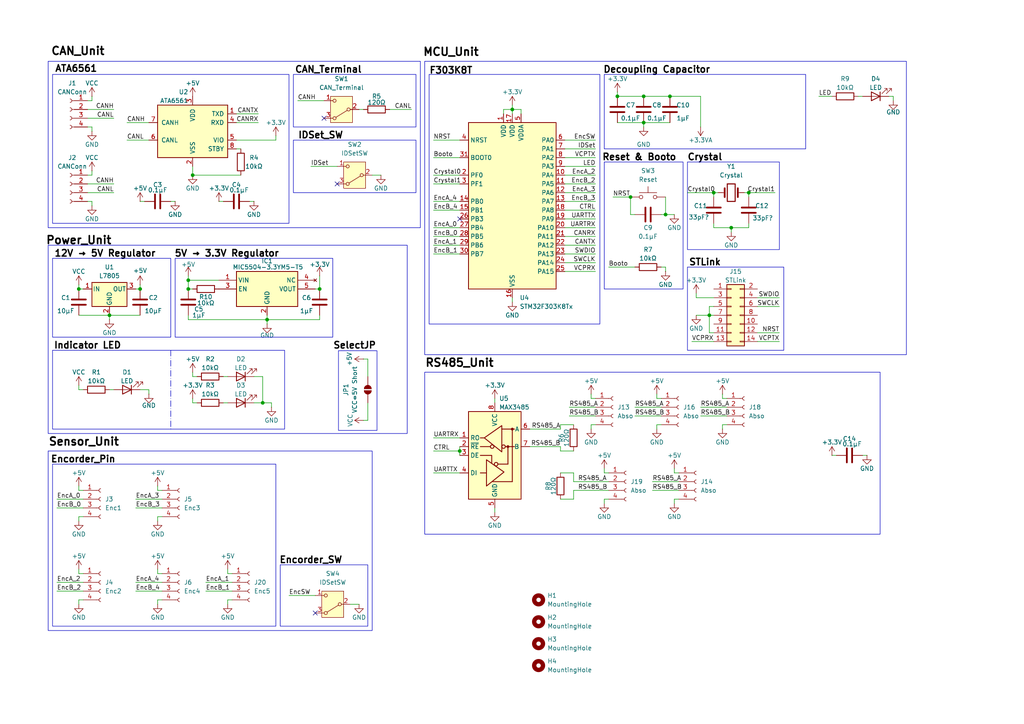
<source format=kicad_sch>
(kicad_sch (version 20250114) (generator "eeschema") (generator_version "9.0")
  (paper "A4")
  (title_block (title "SensorBoard(Potato)_ver2.0") (date "2025-10-19"))
  (lib_symbols
    (symbol "Connector:Conn_01x04_Socket" (pin_names (offset 1.016) (hide yes))
      (property "Reference" "J" (at 0 5.08 0))
      (property "Value" "Conn_01x04_Socket" (at 0 -7.62 0))
      (symbol "Conn_01x04_Socket_1_1"
        (pin passive line (at -5.08 2.54 0) (length 3.81) (name "Pin_1") (number "1"))
        (pin passive line (at -5.08 0 0) (length 3.81) (name "Pin_2") (number "2"))
        (pin passive line (at -5.08 -2.54 0) (length 3.81) (name "Pin_3") (number "3"))
        (pin passive line (at -5.08 -5.08 0) (length 3.81) (name "Pin_4") (number "4"))
      )
    )
    (symbol "Connector_Generic:Conn_02x07_Odd_Even" (pin_names (offset 1.016) (hide yes))
      (property "Reference" "J" (at 1.27 10.16 0))
      (property "Value" "Conn_02x07_Odd_Even" (at 1.27 -10.16 0))
      (symbol "Conn_02x07_Odd_Even_1_1"
        (pin passive line (at -5.08 7.62 0) (length 3.81) (name "Pin_1") (number "1"))
        (pin passive line (at -5.08 5.08 0) (length 3.81) (name "Pin_3") (number "3"))
        (pin passive line (at -5.08 2.54 0) (length 3.81) (name "Pin_5") (number "5"))
        (pin passive line (at -5.08 0 0) (length 3.81) (name "Pin_7") (number "7"))
        (pin passive line (at -5.08 -2.54 0) (length 3.81) (name "Pin_9") (number "9"))
        (pin passive line (at -5.08 -5.08 0) (length 3.81) (name "Pin_11") (number "11"))
        (pin passive line (at -5.08 -7.62 0) (length 3.81) (name "Pin_13") (number "13"))
        (pin passive line (at 7.62 7.62 180) (length 3.81) (name "Pin_2") (number "2"))
        (pin passive line (at 7.62 5.08 180) (length 3.81) (name "Pin_4") (number "4"))
        (pin passive line (at 7.62 2.54 180) (length 3.81) (name "Pin_6") (number "6"))
        (pin passive line (at 7.62 0 180) (length 3.81) (name "Pin_8") (number "8"))
        (pin passive line (at 7.62 -2.54 180) (length 3.81) (name "Pin_10") (number "10"))
        (pin passive line (at 7.62 -5.08 180) (length 3.81) (name "Pin_12") (number "12"))
        (pin passive line (at 7.62 -7.62 180) (length 3.81) (name "Pin_14") (number "14"))
      )
    )
    (symbol "Device:C" (pin_numbers (hide yes)) (pin_names (offset 0.254))
      (property "Reference" "C" (at 0.635 2.54 0))
      (property "Value" "C" (at 0.635 -2.54 0))
      (symbol "C_1_1"
        (pin passive line (at 0 3.81 270) (length 2.794) (name "~") (number "1"))
        (pin passive line (at 0 -3.81 90) (length 2.794) (name "~") (number "2"))
      )
    )
    (symbol "Device:Crystal" (pin_numbers (hide yes)) (pin_names (offset 1.016) (hide yes))
      (property "Reference" "Y" (at 0 3.81 0))
      (property "Value" "Crystal" (at 0 -3.81 0))
      (symbol "Crystal_1_1"
        (pin passive line (at -3.81 0 0) (length 1.27) (name "1") (number "1"))
        (pin passive line (at 3.81 0 180) (length 1.27) (name "2") (number "2"))
      )
    )
    (symbol "Device:LED" (pin_numbers (hide yes)) (pin_names (offset 1.016) (hide yes))
      (property "Reference" "D" (at 0 2.54 0))
      (property "Value" "LED" (at 0 -2.54 0))
      (symbol "LED_1_1"
        (pin passive line (at -3.81 0 0) (length 2.54) (name "K") (number "1"))
        (pin passive line (at 3.81 0 180) (length 2.54) (name "A") (number "2"))
      )
    )
    (symbol "Device:R" (pin_numbers (hide yes)) (pin_names (offset 0))
      (property "Reference" "R" (at 2.032 0 90))
      (property "Value" "R" (at 0 0 90))
      (symbol "R_1_1"
        (pin passive line (at 0 3.81 270) (length 1.27) (name "~") (number "1"))
        (pin passive line (at 0 -3.81 90) (length 1.27) (name "~") (number "2"))
      )
    )
    (symbol "Interface_CAN_LIN:MCP2551-I-SN" (pin_names (offset 1.016))
      (property "Reference" "U?" (at 2.1433 12.7 0))
      (property "Value" "ATA6561" (at 2.1433 10.16 0))
      (symbol "MCP2551-I-SN_1_1"
        (pin input line (at -12.7 5.08 0) (length 2.54) (name "TXD") (number "1"))
        (pin output line (at -12.7 2.54 0) (length 2.54) (name "RXD") (number "4"))
        (pin power_out line (at -12.7 -2.54 0) (length 2.54) (name "VIO") (number "5"))
        (pin input line (at -12.7 -5.08 0) (length 2.54) (name "STBY") (number "8"))
        (pin power_in line (at 0 10.16 270) (length 2.54) (name "VDD") (number "3"))
        (pin power_in line (at 0 -10.16 90) (length 2.54) (name "VSS") (number "2"))
        (pin bidirectional line (at 12.7 2.54 180) (length 2.54) (name "CANH") (number "7"))
        (pin bidirectional line (at 12.7 -2.54 180) (length 2.54) (name "CANL") (number "6"))
      )
    )
    (symbol "Interface_UART:MAX3485"
      (property "Reference" "U" (at -6.985 13.97 0))
      (property "Value" "MAX3485" (at 1.905 13.97 0))
      (symbol "MAX3485_1_1"
        (pin output line (at -10.16 5.08 0) (length 2.54) (name "RO") (number "1"))
        (pin input line (at -10.16 2.54 0) (length 2.54) (name "~{RE}") (number "2"))
        (pin input line (at -10.16 0 0) (length 2.54) (name "DE") (number "3"))
        (pin input line (at -10.16 -5.08 0) (length 2.54) (name "DI") (number "4"))
        (pin power_in line (at 0 15.24 270) (length 2.54) (name "VCC") (number "8"))
        (pin power_in line (at 0 -15.24 90) (length 2.54) (name "GND") (number "5"))
        (pin bidirectional line (at 10.16 7.62 180) (length 2.54) (name "A") (number "6"))
        (pin bidirectional line (at 10.16 2.54 180) (length 2.54) (name "B") (number "7"))
      )
    )
    (symbol "Jumper:SolderJumper_2_Open" (pin_numbers (hide yes)) (pin_names (offset 0) (hide yes)) (exclude_from_sim yes) (in_bom no)
      (property "Reference" "JP" (at 0 2.032 0))
      (property "Value" "SolderJumper_2_Open" (at 0 -2.54 0))
      (symbol "SolderJumper_2_Open_1_1"
        (pin passive line (at -3.81 0 0) (length 2.54) (name "A") (number "1"))
        (pin passive line (at 3.81 0 180) (length 2.54) (name "B") (number "2"))
      )
    )
    (symbol "MCU_ST_STM32F3:STM32F303K8Tx"
      (property "Reference" "U" (at -12.7 26.67 0))
      (property "Value" "STM32F303K8Tx" (at 5.08 26.67 0))
      (symbol "STM32F303K8Tx_1_1"
        (pin input line (at -15.24 20.32 0) (length 2.54) (name "NRST") (number "4"))
        (pin input line (at -15.24 15.24 0) (length 2.54) (name "BOOT0") (number "31"))
        (pin bidirectional line (at -15.24 10.16 0) (length 2.54) (name "PF0") (number "2"))
        (pin bidirectional line (at -15.24 7.62 0) (length 2.54) (name "PF1") (number "3"))
        (pin bidirectional line (at -15.24 2.54 0) (length 2.54) (name "PB0") (number "14"))
        (pin bidirectional line (at -15.24 0 0) (length 2.54) (name "PB1") (number "15"))
        (pin bidirectional line (at -15.24 -2.54 0) (length 2.54) (name "PB3") (number "26"))
        (pin bidirectional line (at -15.24 -5.08 0) (length 2.54) (name "PB4") (number "27"))
        (pin bidirectional line (at -15.24 -7.62 0) (length 2.54) (name "PB5") (number "28"))
        (pin bidirectional line (at -15.24 -10.16 0) (length 2.54) (name "PB6") (number "29"))
        (pin bidirectional line (at -15.24 -12.7 0) (length 2.54) (name "PB7") (number "30"))
        (pin power_in line (at -2.54 27.94 270) (length 2.54) (name "VDD") (number "1"))
        (pin power_in line (at 0 27.94 270) (length 2.54) (name "VDD") (number "17"))
        (pin power_in line (at 0 -25.4 90) (length 2.54) (name "VSS") (number "16"))
        (pin passive line (at 0 -25.4 90) (length 2.54) (hide yes) (name "VSS") (number "32"))
        (pin power_in line (at 2.54 27.94 270) (length 2.54) (name "VDDA") (number "5"))
        (pin bidirectional line (at 15.24 20.32 180) (length 2.54) (name "PA0") (number "6"))
        (pin bidirectional line (at 15.24 17.78 180) (length 2.54) (name "PA1") (number "7"))
        (pin bidirectional line (at 15.24 15.24 180) (length 2.54) (name "PA2") (number "8"))
        (pin bidirectional line (at 15.24 12.7 180) (length 2.54) (name "PA3") (number "9"))
        (pin bidirectional line (at 15.24 10.16 180) (length 2.54) (name "PA4") (number "10"))
        (pin bidirectional line (at 15.24 7.62 180) (length 2.54) (name "PA5") (number "11"))
        (pin bidirectional line (at 15.24 5.08 180) (length 2.54) (name "PA6") (number "12"))
        (pin bidirectional line (at 15.24 2.54 180) (length 2.54) (name "PA7") (number "13"))
        (pin bidirectional line (at 15.24 0 180) (length 2.54) (name "PA8") (number "18"))
        (pin bidirectional line (at 15.24 -2.54 180) (length 2.54) (name "PA9") (number "19"))
        (pin bidirectional line (at 15.24 -5.08 180) (length 2.54) (name "PA10") (number "20"))
        (pin bidirectional line (at 15.24 -7.62 180) (length 2.54) (name "PA11") (number "21"))
        (pin bidirectional line (at 15.24 -10.16 180) (length 2.54) (name "PA12") (number "22"))
        (pin bidirectional line (at 15.24 -12.7 180) (length 2.54) (name "PA13") (number "23"))
        (pin bidirectional line (at 15.24 -15.24 180) (length 2.54) (name "PA14") (number "24"))
        (pin bidirectional line (at 15.24 -17.78 180) (length 2.54) (name "PA15") (number "25"))
      )
    )
    (symbol "MIC5504-3_3YM5-T5:MIC5504-3.3YM5-T5"
      (property "Reference" "IC" (at 24.13 7.62 0))
      (property "Value" "MIC5504-3.3YM5-T5" (at 24.13 5.08 0))
      (symbol "MIC5504-3.3YM5-T5_1_1"
        (pin passive line (at 0 0 0) (length 5.08) (name "VIN") (number "1"))
        (pin passive line (at 0 -2.54 0) (length 5.08) (name "EN") (number "3"))
        (pin passive line (at 13.97 -10.16 90) (length 2.54) (name "GND") (number "2"))
        (pin no_connect line (at 27.94 0 180) (length 5.08) (name "NC") (number "4"))
        (pin passive line (at 27.94 -2.54 180) (length 5.08) (name "VOUT") (number "5"))
      )
    )
    (symbol "Mechanical:MountingHole" (pin_names (offset 1.016)) (exclude_from_sim yes) (in_bom no)
      (property "Reference" "H" (at 0 5.08 0))
      (property "Value" "MountingHole" (at 0 3.175 0))
    )
    (symbol "Regulator_Linear:L7805" (pin_names (offset 0.254))
      (property "Reference" "U" (at -3.81 3.175 0))
      (property "Value" "L7805" (at 0 3.175 0))
      (symbol "L7805_1_1"
        (pin power_in line (at -7.62 0 0) (length 2.54) (name "IN") (number "1"))
        (pin power_in line (at 0 -7.62 90) (length 2.54) (name "GND") (number "2"))
        (pin power_out line (at 7.62 0 180) (length 2.54) (name "OUT") (number "3"))
      )
    )
    (symbol "SW_MEC_5G_1" (pin_numbers (hide yes)) (pin_names (offset 1.016) (hide yes))
      (property "Reference" "SW3" (at 0 7.62 0))
      (property "Value" "Reset" (at 0 5.08 0))
      (symbol "SW_MEC_5G_1_0_1"
        (pin passive line (at -5.08 0 0) (length 2.54) (name "A") (number "1"))
      )
      (symbol "SW_MEC_5G_1_1_1"
        (pin passive line (at -5.08 0 0) (length 2.54) (hide yes) (name "A") (number "2"))
        (pin passive line (at 5.08 0 180) (length 2.54) (name "B") (number "2"))
        (pin passive line (at 5.08 0 180) (length 2.54) (hide yes) (name "B") (number "4"))
      )
    )
    (symbol "Switch:SW_Nidec_CAS-120A1" (pin_names (offset 1) (hide yes))
      (property "Reference" "SW" (at 0 4.318 0))
      (property "Value" "SW_Nidec_CAS-120A1" (at 0 -5.08 0))
      (symbol "SW_Nidec_CAS-120A1_1_1"
        (pin passive line (at -5.08 0 0) (length 2.54) (name "B") (number "2"))
        (pin passive line (at 5.08 2.54 180) (length 2.54) (name "A") (number "3"))
        (pin passive line (at 5.08 -2.54 180) (length 2.54) (name "C") (number "1"))
      )
    )
    (symbol "power:+3.3V" (power) (pin_numbers (hide yes)) (pin_names (offset 0) (hide yes))
      (property "Value" "+3.3V" (at 0 3.556 0))
      (symbol "+3.3V_1_1"
        (pin power_in line (at 0 0 90) (length 0) (name "~") (number "1"))
      )
    )
    (symbol "power:+3.3VA" (power) (pin_numbers (hide yes)) (pin_names (offset 0) (hide yes))
      (property "Value" "+3.3VA" (at 0 3.556 0))
      (symbol "+3.3VA_1_1"
        (pin power_in line (at 0 0 90) (length 0) (name "~") (number "1"))
      )
    )
    (symbol "power:+5V" (power) (pin_numbers (hide yes)) (pin_names (offset 0) (hide yes))
      (property "Value" "+5V" (at 0 3.556 0))
      (symbol "+5V_1_1"
        (pin power_in line (at 0 0 90) (length 0) (name "~") (number "1"))
      )
    )
    (symbol "power:GND" (power) (pin_numbers (hide yes)) (pin_names (offset 0) (hide yes))
      (property "Value" "GND" (at 0 -3.81 0))
      (symbol "GND_1_1"
        (pin power_in line (at 0 0 270) (length 0) (name "~") (number "1"))
      )
    )
    (symbol "power:VCC" (power) (pin_numbers (hide yes)) (pin_names (offset 0) (hide yes))
      (property "Value" "VCC" (at 0 3.556 0))
      (symbol "VCC_1_1"
        (pin power_in line (at 0 0 90) (length 0) (name "~") (number "1"))
      )
    )
  )
  (rectangle (start 124.46 21.59) (end 173.99 93.98))
  (rectangle (start 85.09 21.59) (end 120.65 36.83))
  (rectangle (start 81.28 163.83) (end 106.68 181.61))
  (rectangle (start 13.97 130.81) (end 107.95 182.88))
  (rectangle (start 15.24 21.59) (end 83.82 64.77))
  (rectangle (start 199.39 46.99) (end 226.06 72.39))
  (rectangle (start 15.24 134.62) (end 80.01 181.61))
  (rectangle (start 123.19 17.78) (end 262.89 102.87))
  (rectangle (start 123.19 107.95) (end 255.27 154.94))
  (rectangle (start 50.8 74.93) (end 96.52 97.79))
  (rectangle (start 13.97 71.12) (end 118.11 125.73))
  (rectangle (start 13.97 17.78) (end 121.92 66.04))
  (rectangle (start 15.24 101.6) (end 82.55 124.46))
  (rectangle (start 199.39 77.47) (end 227.33 101.6))
  (rectangle (start 15.24 74.93) (end 49.53 97.79))
  (rectangle (start 85.09 40.64) (end 120.65 55.88))
  (rectangle (start 98.171 101.727) (end 109.347 124.841))
  (rectangle (start 175.26 21.59) (end 233.68 43.18))
  (rectangle (start 175.26 46.99) (end 198.12 83.82))
  (text "Encorder_Pin" (at 24.13 133.35 0) (effects (font (size 1.905 1.905) (thickness 0.381) (bold yes))))
  (text "Sensor_Unit" (at 13.97 128.27 0) (effects (font (size 2.286 2.286) (thickness 0.4572) (bold yes)) (justify left)))
  (text "5V → 3.3V Regulator" (at 65.786 73.66 0) (effects (font (size 1.905 1.905) (thickness 0.381) (bold yes))))
  (text "Reset & Booto" (at 185.42 45.72 0) (effects (font (size 1.905 1.905) (thickness 0.381) (bold yes))))
  (text "MCU_Unit" (at 130.81 15.24 0) (effects (font (size 2.286 2.286) (thickness 0.4572) (bold yes))))
  (text "\nF303K8T" (at 130.81 19.05 0) (effects (font (size 1.905 1.905) (thickness 0.381) (bold yes))))
  (text "IDSet_SW" (at 86.36 39.37 0) (effects (font (size 1.905 1.905) (thickness 0.381) (bold yes)) (justify left)))
  (text "SelectJP" (at 102.87 100.33 0) (effects (font (size 1.905 1.905) (thickness 0.381) (bold yes))))
  (text "ATA6561\n" (at 22.098 20.066 0) (effects (font (size 1.905 1.905) (thickness 0.381) (bold yes))))
  (text "Encorder_SW\n" (at 90.17 162.56 0) (effects (font (size 1.905 1.905) (thickness 0.381) (bold yes))))
  (text "Indicator LED" (at 25.4 100.33 0) (effects (font (size 1.905 1.905) (thickness 0.381) (bold yes))))
  (text "Crystal" (at 204.47 45.72 0) (effects (font (size 1.905 1.905) (thickness 0.381) (bold yes))))
  (text "12V → 5V Regulator" (at 30.48 73.66 0) (effects (font (size 1.905 1.905) (thickness 0.381) (bold yes))))
  (text "Decoupling Capacitor" (at 190.5 20.32 0) (effects (font (size 1.905 1.905) (thickness 0.381) (bold yes))))
  (text "RS485_Unit" (at 123.19 105.41 0) (effects (font (size 2.286 2.286) (thickness 0.4572) (bold yes)) (justify left)))
  (text "CAN_Terminal" (at 95.25 20.32 0) (effects (font (size 1.905 1.905) (thickness 0.381) (bold yes))))
  (text "STLink" (at 204.47 76.2 0) (effects (font (size 1.905 1.905) (thickness 0.381) (bold yes))))
  (text "Power_Unit" (at 22.86 69.85 0) (effects (font (size 2.286 2.286) (thickness 0.4572) (bold yes))))
  (text "CAN_Unit" (at 22.606 14.986 0) (effects (font (size 2.286 2.286) (thickness 0.4572) (bold yes))))
  (junction (at 148.59 31.75))
  (junction (at 212.09 66.04))
  (junction (at 182.88 57.15))
  (junction (at 194.31 27.94))
  (junction (at 54.61 81.28))
  (junction (at 133.35 130.81))
  (junction (at 54.61 83.82))
  (junction (at 186.69 27.94))
  (junction (at 31.75 91.44))
  (junction (at 22.86 83.82))
  (junction (at 205.74 91.44))
  (junction (at 77.47 92.71))
  (junction (at 55.88 50.8))
  (junction (at 76.2 116.84))
  (junction (at 179.07 27.94))
  (junction (at 207.01 55.88))
  (junction (at 92.71 83.82))
  (junction (at 186.69 35.56))
  (junction (at 193.04 62.23))
  (junction (at 40.64 83.82))
  (junction (at 217.17 55.88))
  (no_connect (at 93.98 34.29))
  (no_connect (at 97.79 53.34))
  (no_connect (at 133.35 63.5))
  (no_connect (at 91.44 177.8))
  (wire (pts (xy 54.61 92.71) (xy 77.47 92.71)))
  (wire (pts (xy 125.73 71.12) (xy 133.35 71.12)))
  (wire (pts (xy 92.71 80.01) (xy 92.71 83.82)))
  (wire (pts (xy 207.01 96.52) (xy 205.74 96.52)))
  (wire (pts (xy 64.77 116.84) (xy 66.04 116.84)))
  (wire (pts (xy 163.83 50.8) (xy 172.72 50.8)))
  (wire (pts (xy 241.3 132.08) (xy 242.57 132.08)))
  (wire (pts (xy 22.86 166.37) (xy 24.13 166.37)))
  (wire (pts (xy 46.99 149.86) (xy 45.72 149.86)))
  (wire (pts (xy 106.68 109.22) (xy 106.68 104.14)))
  (wire (pts (xy 45.72 149.86) (xy 45.72 151.13)))
  (wire (pts (xy 200.66 99.06) (xy 207.01 99.06)))
  (wire (pts (xy 166.37 130.81) (xy 162.56 130.81)))
  (wire (pts (xy 45.72 173.99) (xy 45.72 175.26)))
  (wire (pts (xy 22.86 113.03) (xy 24.13 113.03)))
  (wire (pts (xy 257.81 27.94) (xy 259.08 27.94)))
  (wire (pts (xy 207.01 88.9) (xy 205.74 88.9)))
  (wire (pts (xy 259.08 29.21) (xy 259.08 27.94)))
  (wire (pts (xy 186.69 27.94) (xy 194.31 27.94)))
  (wire (pts (xy 24.13 149.86) (xy 22.86 149.86)))
  (wire (pts (xy 25.4 58.42) (xy 26.67 58.42)))
  (wire (pts (xy 74.93 35.56) (xy 68.58 35.56)))
  (wire (pts (xy 184.15 120.65) (xy 191.77 120.65)))
  (wire (pts (xy 165.1 118.11) (xy 172.72 118.11)))
  (wire (pts (xy 190.5 115.57) (xy 191.77 115.57)))
  (wire (pts (xy 190.5 114.3) (xy 190.5 115.57)))
  (wire (pts (xy 219.71 99.06) (xy 226.06 99.06)))
  (wire (pts (xy 163.83 60.96) (xy 172.72 60.96)))
  (wire (pts (xy 50.8 58.42) (xy 49.53 58.42)))
  (wire (pts (xy 92.71 91.44) (xy 92.71 92.71)))
  (wire (pts (xy 63.5 58.42) (xy 64.77 58.42)))
  (wire (pts (xy 26.67 50.8) (xy 25.4 50.8)))
  (wire (pts (xy 16.51 168.91) (xy 24.13 168.91)))
  (wire (pts (xy 16.51 144.78) (xy 24.13 144.78)))
  (wire (pts (xy 219.71 96.52) (xy 226.06 96.52)))
  (wire (pts (xy 205.74 91.44) (xy 205.74 96.52)))
  (wire (pts (xy 83.82 172.72) (xy 91.44 172.72)))
  (wire (pts (xy 66.04 165.1) (xy 66.04 166.37)))
  (wire (pts (xy 125.73 50.8) (xy 133.35 50.8)))
  (wire (pts (xy 196.85 144.78) (xy 195.58 144.78)))
  (wire (pts (xy 45.72 165.1) (xy 45.72 166.37)))
  (wire (pts (xy 153.67 129.54) (xy 162.56 129.54)))
  (wire (pts (xy 171.45 115.57) (xy 172.72 115.57)))
  (wire (pts (xy 189.23 139.7) (xy 196.85 139.7)))
  (wire (pts (xy 76.2 116.84) (xy 73.66 116.84)))
  (wire (pts (xy 54.61 81.28) (xy 54.61 83.82)))
  (wire (pts (xy 26.67 29.21) (xy 25.4 29.21)))
  (wire (pts (xy 133.35 130.81) (xy 133.35 132.08)))
  (wire (pts (xy 26.67 49.53) (xy 26.67 50.8)))
  (wire (pts (xy 201.93 85.09) (xy 201.93 86.36)))
  (wire (pts (xy 146.05 33.02) (xy 146.05 31.75)))
  (wire (pts (xy 163.83 68.58) (xy 172.72 68.58)))
  (wire (pts (xy 125.73 58.42) (xy 133.35 58.42)))
  (wire (pts (xy 186.69 35.56) (xy 186.69 36.83)))
  (wire (pts (xy 66.04 166.37) (xy 67.31 166.37)))
  (wire (pts (xy 163.83 73.66) (xy 172.72 73.66)))
  (wire (pts (xy 171.45 114.3) (xy 171.45 115.57)))
  (wire (pts (xy 55.88 107.95) (xy 55.88 109.22)))
  (wire (pts (xy 179.07 27.94) (xy 186.69 27.94)))
  (wire (pts (xy 39.37 144.78) (xy 46.99 144.78)))
  (wire (pts (xy 184.15 118.11) (xy 191.77 118.11)))
  (wire (pts (xy 207.01 57.15) (xy 207.01 55.88)))
  (wire (pts (xy 166.37 123.19) (xy 162.56 123.19)))
  (wire (pts (xy 106.68 104.14) (xy 105.41 104.14)))
  (wire (pts (xy 33.02 31.75) (xy 25.4 31.75)))
  (wire (pts (xy 33.02 34.29) (xy 25.4 34.29)))
  (wire (pts (xy 24.13 173.99) (xy 22.86 173.99)))
  (wire (pts (xy 74.93 33.02) (xy 68.58 33.02)))
  (wire (pts (xy 203.2 27.94) (xy 203.2 36.83)))
  (wire (pts (xy 31.75 113.03) (xy 33.02 113.03)))
  (wire (pts (xy 86.36 29.21) (xy 93.98 29.21)))
  (wire (pts (xy 219.71 88.9) (xy 226.06 88.9)))
  (wire (pts (xy 175.26 137.16) (xy 176.53 137.16)))
  (wire (pts (xy 184.15 62.23) (xy 182.88 62.23)))
  (wire (pts (xy 163.83 66.04) (xy 172.72 66.04)))
  (wire (pts (xy 33.02 55.88) (xy 25.4 55.88)))
  (wire (pts (xy 190.5 123.19) (xy 190.5 124.46)))
  (wire (pts (xy 22.86 165.1) (xy 22.86 166.37)))
  (wire (pts (xy 55.88 109.22) (xy 57.15 109.22)))
  (wire (pts (xy 125.73 60.96) (xy 133.35 60.96)))
  (wire (pts (xy 212.09 66.04) (xy 212.09 67.31)))
  (wire (pts (xy 163.83 53.34) (xy 172.72 53.34)))
  (wire (pts (xy 63.5 81.28) (xy 54.61 81.28)))
  (wire (pts (xy 22.86 149.86) (xy 22.86 151.13)))
  (wire (pts (xy 163.83 58.42) (xy 172.72 58.42)))
  (wire (pts (xy 199.39 55.88) (xy 207.01 55.88)))
  (wire (pts (xy 39.37 171.45) (xy 46.99 171.45)))
  (wire (pts (xy 219.71 86.36) (xy 226.06 86.36)))
  (wire (pts (xy 151.13 31.75) (xy 148.59 31.75)))
  (wire (pts (xy 163.83 63.5) (xy 172.72 63.5)))
  (wire (pts (xy 64.77 109.22) (xy 66.04 109.22)))
  (wire (pts (xy 80.01 40.64) (xy 68.58 40.64)))
  (wire (pts (xy 163.83 55.88) (xy 172.72 55.88)))
  (wire (pts (xy 148.59 31.75) (xy 148.59 33.02)))
  (wire (pts (xy 104.14 31.75) (xy 105.41 31.75)))
  (wire (pts (xy 248.92 27.94) (xy 250.19 27.94)))
  (wire (pts (xy 22.86 140.97) (xy 22.86 142.24)))
  (wire (pts (xy 189.23 142.24) (xy 196.85 142.24)))
  (wire (pts (xy 194.31 27.94) (xy 203.2 27.94)))
  (wire (pts (xy 105.41 121.92) (xy 106.68 121.92)))
  (wire (pts (xy 31.75 91.44) (xy 40.64 91.44)))
  (wire (pts (xy 78.74 116.84) (xy 78.74 118.11)))
  (wire (pts (xy 203.2 118.11) (xy 210.82 118.11)))
  (wire (pts (xy 151.13 33.02) (xy 151.13 31.75)))
  (wire (pts (xy 80.01 40.64) (xy 80.01 39.37)))
  (wire (pts (xy 209.55 123.19) (xy 209.55 124.46)))
  (wire (pts (xy 54.61 91.44) (xy 54.61 92.71)))
  (wire (pts (xy 176.53 77.47) (xy 184.15 77.47)))
  (wire (pts (xy 43.18 35.56) (xy 36.83 35.56)))
  (wire (pts (xy 22.86 82.55) (xy 22.86 83.82)))
  (wire (pts (xy 179.07 35.56) (xy 186.69 35.56)))
  (wire (pts (xy 193.04 57.15) (xy 193.04 62.23)))
  (wire (pts (xy 191.77 123.19) (xy 190.5 123.19)))
  (wire (pts (xy 207.01 66.04) (xy 212.09 66.04)))
  (wire (pts (xy 125.73 66.04) (xy 133.35 66.04)))
  (wire (pts (xy 46.99 173.99) (xy 45.72 173.99)))
  (wire (pts (xy 177.8 57.15) (xy 182.88 57.15)))
  (wire (pts (xy 176.53 144.78) (xy 175.26 144.78)))
  (wire (pts (xy 166.37 144.78) (xy 166.37 142.24)))
  (wire (pts (xy 207.01 55.88) (xy 208.28 55.88)))
  (wire (pts (xy 201.93 86.36) (xy 207.01 86.36)))
  (wire (pts (xy 205.74 91.44) (xy 207.01 91.44)))
  (wire (pts (xy 217.17 66.04) (xy 217.17 64.77)))
  (wire (pts (xy 16.51 147.32) (xy 24.13 147.32)))
  (wire (pts (xy 125.73 127) (xy 133.35 127)))
  (wire (pts (xy 163.83 45.72) (xy 172.72 45.72)))
  (wire (pts (xy 77.47 93.98) (xy 77.47 92.71)))
  (wire (pts (xy 193.04 78.74) (xy 193.04 77.47)))
  (wire (pts (xy 165.1 120.65) (xy 172.72 120.65)))
  (wire (pts (xy 163.83 40.64) (xy 172.72 40.64)))
  (wire (pts (xy 207.01 64.77) (xy 207.01 66.04)))
  (wire (pts (xy 43.18 40.64) (xy 36.83 40.64)))
  (wire (pts (xy 43.18 113.03) (xy 43.18 114.3)))
  (wire (pts (xy 66.04 173.99) (xy 66.04 175.26)))
  (wire (pts (xy 125.73 130.81) (xy 133.35 130.81)))
  (wire (pts (xy 162.56 144.78) (xy 166.37 144.78)))
  (wire (pts (xy 76.2 116.84) (xy 78.74 116.84)))
  (wire (pts (xy 55.88 115.57) (xy 55.88 116.84)))
  (wire (pts (xy 73.66 58.42) (xy 72.39 58.42)))
  (wire (pts (xy 209.55 114.3) (xy 209.55 115.57)))
  (wire (pts (xy 191.77 62.23) (xy 193.04 62.23)))
  (wire (pts (xy 143.51 147.32) (xy 143.51 148.59)))
  (wire (pts (xy 148.59 30.48) (xy 148.59 31.75)))
  (wire (pts (xy 203.2 120.65) (xy 210.82 120.65)))
  (wire (pts (xy 31.75 91.44) (xy 31.75 92.71)))
  (wire (pts (xy 125.73 53.34) (xy 133.35 53.34)))
  (wire (pts (xy 91.44 83.82) (xy 92.71 83.82)))
  (wire (pts (xy 162.56 130.81) (xy 162.56 129.54)))
  (wire (pts (xy 205.74 88.9) (xy 205.74 91.44)))
  (wire (pts (xy 209.55 115.57) (xy 210.82 115.57)))
  (wire (pts (xy 163.83 48.26) (xy 172.72 48.26)))
  (wire (pts (xy 59.69 171.45) (xy 67.31 171.45)))
  (wire (pts (xy 76.2 109.22) (xy 76.2 116.84)))
  (wire (pts (xy 77.47 92.71) (xy 77.47 91.44)))
  (wire (pts (xy 39.37 147.32) (xy 46.99 147.32)))
  (wire (pts (xy 215.9 55.88) (xy 217.17 55.88)))
  (wire (pts (xy 125.73 45.72) (xy 133.35 45.72)))
  (wire (pts (xy 107.95 50.8) (xy 110.49 50.8)))
  (wire (pts (xy 22.86 142.24) (xy 24.13 142.24)))
  (wire (pts (xy 172.72 123.19) (xy 171.45 123.19)))
  (wire (pts (xy 210.82 123.19) (xy 209.55 123.19)))
  (wire (pts (xy 40.64 113.03) (xy 43.18 113.03)))
  (wire (pts (xy 45.72 142.24) (xy 46.99 142.24)))
  (wire (pts (xy 163.83 78.74) (xy 172.72 78.74)))
  (wire (pts (xy 162.56 123.19) (xy 162.56 124.46)))
  (wire (pts (xy 40.64 83.82) (xy 39.37 83.82)))
  (wire (pts (xy 39.37 168.91) (xy 46.99 168.91)))
  (wire (pts (xy 237.49 27.94) (xy 241.3 27.94)))
  (wire (pts (xy 146.05 31.75) (xy 148.59 31.75)))
  (wire (pts (xy 90.17 48.26) (xy 97.79 48.26)))
  (wire (pts (xy 92.71 92.71) (xy 77.47 92.71)))
  (wire (pts (xy 16.51 171.45) (xy 24.13 171.45)))
  (wire (pts (xy 182.88 57.15) (xy 182.88 62.23)))
  (wire (pts (xy 175.26 135.89) (xy 175.26 137.16)))
  (wire (pts (xy 113.03 31.75) (xy 119.38 31.75)))
  (wire (pts (xy 26.67 27.94) (xy 26.67 29.21)))
  (wire (pts (xy 133.35 129.54) (xy 133.35 130.81)))
  (wire (pts (xy 33.02 53.34) (xy 25.4 53.34)))
  (wire (pts (xy 195.58 137.16) (xy 196.85 137.16)))
  (wire (pts (xy 193.04 77.47) (xy 191.77 77.47)))
  (wire (pts (xy 186.69 35.56) (xy 194.31 35.56)))
  (wire (pts (xy 55.88 48.26) (xy 55.88 50.8)))
  (wire (pts (xy 163.83 43.18) (xy 172.72 43.18)))
  (wire (pts (xy 73.66 109.22) (xy 76.2 109.22)))
  (wire (pts (xy 45.72 140.97) (xy 45.72 142.24)))
  (polyline (pts (xy 49.53 101.6) (xy 49.53 124.46)) (stroke (width 0) (type dash_dot)))
  (wire (pts (xy 26.67 58.42) (xy 26.67 59.69)))
  (wire (pts (xy 106.68 121.92) (xy 106.68 116.84)))
  (wire (pts (xy 22.86 173.99) (xy 22.86 175.26)))
  (wire (pts (xy 163.83 76.2) (xy 172.72 76.2)))
  (wire (pts (xy 55.88 116.84) (xy 57.15 116.84)))
  (wire (pts (xy 125.73 73.66) (xy 133.35 73.66)))
  (wire (pts (xy 125.73 137.16) (xy 133.35 137.16)))
  (wire (pts (xy 125.73 68.58) (xy 133.35 68.58)))
  (wire (pts (xy 125.73 40.64) (xy 133.35 40.64)))
  (wire (pts (xy 195.58 144.78) (xy 195.58 146.05)))
  (wire (pts (xy 251.46 132.08) (xy 250.19 132.08)))
  (wire (pts (xy 193.04 62.23) (xy 195.58 62.23)))
  (wire (pts (xy 163.83 71.12) (xy 172.72 71.12)))
  (wire (pts (xy 69.85 50.8) (xy 55.88 50.8)))
  (wire (pts (xy 148.59 86.36) (xy 148.59 87.63)))
  (wire (pts (xy 166.37 139.7) (xy 176.53 139.7)))
  (wire (pts (xy 166.37 142.24) (xy 176.53 142.24)))
  (wire (pts (xy 143.51 115.57) (xy 143.51 116.84)))
  (wire (pts (xy 171.45 123.19) (xy 171.45 124.46)))
  (wire (pts (xy 153.67 124.46) (xy 162.56 124.46)))
  (wire (pts (xy 45.72 166.37) (xy 46.99 166.37)))
  (wire (pts (xy 217.17 55.88) (xy 224.79 55.88)))
  (wire (pts (xy 67.31 173.99) (xy 66.04 173.99)))
  (wire (pts (xy 217.17 55.88) (xy 217.17 57.15)))
  (wire (pts (xy 54.61 80.01) (xy 54.61 81.28)))
  (wire (pts (xy 101.6 175.26) (xy 104.14 175.26)))
  (wire (pts (xy 40.64 58.42) (xy 41.91 58.42)))
  (wire (pts (xy 195.58 135.89) (xy 195.58 137.16)))
  (wire (pts (xy 25.4 36.83) (xy 26.67 36.83)))
  (wire (pts (xy 22.86 111.76) (xy 22.86 113.03)))
  (wire (pts (xy 54.61 83.82) (xy 55.88 83.82)))
  (wire (pts (xy 22.86 91.44) (xy 31.75 91.44)))
  (wire (pts (xy 68.58 43.18) (xy 69.85 43.18)))
  (wire (pts (xy 26.67 36.83) (xy 26.67 38.1)))
  (wire (pts (xy 212.09 66.04) (xy 217.17 66.04)))
  (wire (pts (xy 201.93 91.44) (xy 205.74 91.44)))
  (wire (pts (xy 22.86 83.82) (xy 24.13 83.82)))
  (wire (pts (xy 162.56 137.16) (xy 166.37 137.16)))
  (wire (pts (xy 40.64 82.55) (xy 40.64 83.82)))
  (wire (pts (xy 166.37 137.16) (xy 166.37 139.7)))
  (wire (pts (xy 59.69 168.91) (xy 67.31 168.91)))
  (wire (pts (xy 175.26 144.78) (xy 175.26 146.05)))
  (wire (pts (xy 179.07 26.67) (xy 179.07 27.94)))
  (label "RS485_A" (at 162.56 124.46 180))
  (label "RS485_B" (at 167.64 142.24 0))
  (label "CANRX" (at 172.72 68.58 180))
  (label "IDSet" (at 172.72 43.18 180))
  (label "EncB_4" (at 125.73 60.96 0))
  (label "SWDIO" (at 172.72 73.66 180))
  (label "EncB_4" (at 39.37 171.45 0))
  (label "CANH" (at 33.02 53.34 180))
  (label "CANL" (at 36.83 40.64 0))
  (label "CTRL" (at 172.72 60.96 180))
  (label "Crystal0" (at 199.39 55.88 0))
  (label "EncA_4" (at 125.73 58.42 0))
  (label "RS485_B" (at 203.2 120.65 0))
  (label "CANL" (at 119.38 31.75 180))
  (label "EncB_3" (at 39.37 147.32 0))
  (label "Crystal1" (at 224.79 55.88 180))
  (label "CANL" (at 33.02 55.88 180))
  (label "Crystal0" (at 125.73 50.8 0))
  (label "RS485_B" (at 189.23 142.24 0))
  (label "EncA_3" (at 39.37 144.78 0))
  (label "VCPTX" (at 172.72 45.72 180))
  (label "EncSW" (at 172.72 40.64 180))
  (label "CANL" (at 33.02 34.29 180))
  (label "UARTRX" (at 125.73 127 0))
  (label "EncB_1" (at 59.69 171.45 0))
  (label "EncA_2" (at 16.51 168.91 0))
  (label "EncB_2" (at 16.51 171.45 0))
  (label "CTRL" (at 125.73 130.81 0))
  (label "CANH" (at 36.83 35.56 0))
  (label "LED" (at 237.49 27.94 0))
  (label "Booto" (at 125.73 45.72 0))
  (label "UARTRX" (at 172.72 66.04 180))
  (label "RS485_B" (at 184.15 120.65 0))
  (label "Crystal1" (at 125.73 53.34 0))
  (label "CANH" (at 33.02 31.75 180))
  (label "RS485_A" (at 165.1 118.11 0))
  (label "SWDIO" (at 226.06 86.36 180))
  (label "UARTTX" (at 172.72 63.5 180))
  (label "EncA_1" (at 125.73 71.12 0))
  (label "VCPRX" (at 172.72 78.74 180))
  (label "Booto" (at 176.53 77.47 0))
  (label "EncSW" (at 83.82 172.72 0))
  (label "RS485_B" (at 162.56 129.54 180))
  (label "RS485_B" (at 165.1 120.65 0))
  (label "EncB_0" (at 125.73 68.58 0))
  (label "EncB_2" (at 172.72 53.34 180))
  (label "EncA_3" (at 172.72 55.88 180))
  (label "LED" (at 172.72 48.26 180))
  (label "CANTX" (at 172.72 71.12 180))
  (label "EncB_1" (at 125.73 73.66 0))
  (label "RS485_A" (at 189.23 139.7 0))
  (label "EncB_0" (at 16.51 147.32 0))
  (label "EncA_2" (at 172.72 50.8 180))
  (label "RS485_A" (at 167.64 139.7 0))
  (label "SWCLK" (at 226.06 88.9 180))
  (label "EncA_1" (at 59.69 168.91 0))
  (label "UARTTX" (at 125.73 137.16 0))
  (label "CANTX" (at 74.93 33.02 180))
  (label "NRST" (at 226.06 96.52 180))
  (label "EncA_0" (at 125.73 66.04 0))
  (label "CANRX" (at 74.93 35.56 180))
  (label "IDSet" (at 90.17 48.26 0))
  (label "SWCLK" (at 172.72 76.2 180))
  (label "EncA_0" (at 16.51 144.78 0))
  (label "VCPRX" (at 200.66 99.06 0))
  (label "EncA_4" (at 39.37 168.91 0))
  (label "RS485_A" (at 184.15 118.11 0))
  (label "EncB_3" (at 172.72 58.42 180))
  (label "CANH" (at 86.36 29.21 0))
  (label "NRST" (at 125.73 40.64 0))
  (label "NRST" (at 177.8 57.15 0))
  (label "RS485_A" (at 203.2 118.11 0))
  (label "VCPTX" (at 226.06 99.06 180))
  (symbol (lib_id "power:GND") (at 186.69 36.83 0) (unit 1)
    (property "Reference" "#PWR048" (effects (hide yes)))
    (property "Value" "GND" (at 186.69 41.91 0))
    (property "Description" "Power symbol creates a global label with name \"GND\" , ground" (effects (hide yes)))
  )
  (symbol (lib_id "power:GND") (at 201.93 91.44 0) (unit 1)
    (property "Reference" "#PWR052" (effects (hide yes)))
    (property "Value" "GND" (at 201.93 95.25 0))
    (property "Description" "Power symbol creates a global label with name \"GND\" , ground" (effects (hide yes)))
  )
  (symbol (lib_id "Connector:Conn_01x04_Socket") (at 29.21 144.78 0) (unit 1)
    (property "Reference" "J3" (at 30.48 144.7799 0) (effects (justify left)))
    (property "Value" "Enc1" (at 30.48 147.3199 0) (effects (justify left)))
    (property "Footprint" "Connector_JST:JST_XA_S04B-XASK-1_1x04_P2.50mm_Horizontal" (effects (hide yes)))
    (property "Description" "Generic connector, single row, 01x04, script generated" (effects (hide yes)))
  )
  (symbol (lib_id "MIC5504-3_3YM5-T5:MIC5504-3.3YM5-T5") (at 63.5 81.28 0) (unit 1)
    (property "Reference" "IC1" (at 77.47 75.692 0))
    (property "Value" "MIC5504-3.3YM5-T5" (at 77.724 77.47 0))
    (property "Footprint" "SOT95P280X130-5N" (effects (hide yes)))
    (property "Datasheet" "https://componentsearchengine.com/Datasheets/2/MIC5504-3.3YM5-T5.pdf" (effects (hide yes)))
    (property "Description" "LDO Voltage Regulators Single 300mA LDO" (effects (hide yes)))
    (property "Height" "1.3" (effects (hide yes)))
    (property "Manufacturer_Name" "Microchip" (effects (hide yes)))
    (property "Manufacturer_Part_Number" "MIC5504-3.3YM5-T5" (effects (hide yes)))
    (property "Mouser Part Number" "998-MIC5504-3.3YM5T5" (effects (hide yes)))
    (property "Mouser Price/Stock" "https://www.mouser.co.uk/ProductDetail/Microchip-Technology/MIC5504-3.3YM5-T5?qs=U6T8BxXiZAW9%252BGbiz2%2F0vg%3D%3D" (effects (hide yes)))
    (property "Arrow Part Number" "MIC5504-3.3YM5-T5" (effects (hide yes)))
    (property "Arrow Price/Stock" "https://www.arrow.com/en/products/mic5504-3.3ym5-t5/microchip-technology?region=europe" (effects (hide yes)))
  )
  (symbol (lib_id "power:GND") (at 104.14 175.26 0) (unit 1)
    (property "Reference" "#PWR057" (effects (hide yes)))
    (property "Value" "GND" (at 104.14 179.07 0))
    (property "Description" "Power symbol creates a global label with name \"GND\" , ground" (effects (hide yes)))
  )
  (symbol (lib_id "power:GND") (at 73.66 58.42 0) (mirror y) (unit 1)
    (property "Reference" "#PWR026" (effects (hide yes)))
    (property "Value" "GND" (at 73.66 62.23 0))
    (property "Description" "Power symbol creates a global label with name \"GND\" , ground" (effects (hide yes)))
  )
  (symbol (lib_name "SW_MEC_5G_1") (lib_id "Switch:SW_MEC_5G") (at 187.96 57.15 0) (unit 1)
    (property "Reference" "SW3" (at 187.96 49.53 0))
    (property "Value" "Reset" (at 187.96 52.07 0))
    (property "Footprint" "MySW:SMD_MySW1" (effects (hide yes)))
    (property "Datasheet" "http://www.apem.com/int/index.php?controller=attachment&id_attachment=488" (effects (hide yes)))
    (property "Description" "MEC 5G single pole normally-open tactile switch" (effects (hide yes)))
  )
  (symbol (lib_id "power:+5V") (at 22.86 165.1 0) (unit 1)
    (property "Reference" "#PWR05" (effects (hide yes)))
    (property "Value" "+5V" (at 22.86 161.29 0))
    (property "Description" "Power symbol creates a global label with name \"+5V\"" (effects (hide yes)))
  )
  (symbol (lib_id "Connector_Generic:Conn_02x07_Odd_Even") (at 212.09 91.44 0) (unit 1)
    (property "Reference" "J15" (at 213.36 78.74 0))
    (property "Value" "STLink" (at 213.36 81.28 0))
    (property "Footprint" "Connector_PinHeader_1.27mm:PinHeader_2x07_P1.27mm_Vertical_SMD" (effects (hide yes)))
    (property "Description" "Generic connector, double row, 02x07, odd/even pin numbering scheme (row 1 odd numbers, row 2 even numbers), script generated (kicad-library-utils/schlib/autogen/connector/)" (effects (hide yes)))
  )
  (symbol (lib_id "power:GND") (at 143.51 148.59 0) (unit 1)
    (property "Reference" "#PWR046" (effects (hide yes)))
    (property "Value" "GND" (at 143.51 152.4 0))
    (property "Description" "Power symbol creates a global label with name \"GND\" , ground" (effects (hide yes)))
  )
  (symbol (lib_id "power:+3.3V") (at 80.01 39.37 0) (mirror y) (unit 1)
    (property "Reference" "#PWR030" (effects (hide yes)))
    (property "Value" "+3.3V" (at 80.01 35.56 0))
    (property "Description" "Power symbol creates a global label with name \"+3.3V\"" (effects (hide yes)))
  )
  (symbol (lib_id "power:VCC") (at 55.88 115.57 0) (unit 1)
    (property "Reference" "#PWR023" (effects (hide yes)))
    (property "Value" "+3.3V" (at 55.88 111.76 0))
    (property "Description" "Power symbol creates a global label with name \"VCC\"" (effects (hide yes)))
  )
  (symbol (lib_id "MCU_ST_STM32F3:STM32F303K8Tx") (at 148.59 60.96 0) (unit 1)
    (property "Reference" "U4" (at 150.7333 86.36 0) (effects (justify left)))
    (property "Value" "STM32F303K8Tx" (at 150.7333 88.9 0) (effects (justify left)))
    (property "Footprint" "Package_QFP:LQFP-32_7x7mm_P0.8mm" (effects (hide yes)))
    (property "Datasheet" "https://www.st.com/resource/en/datasheet/stm32f303k8.pdf" (effects (hide yes)))
    (property "Description" "STMicroelectronics Arm Cortex-M4 MCU, 64KB flash, 16KB RAM, 72 MHz, 2.0-3.6V, 25 GPIO, LQFP32" (effects (hide yes)))
  )
  (symbol (lib_id "power:+5V") (at 195.58 135.89 0) (unit 1)
    (property "Reference" "#PWR041" (effects (hide yes)))
    (property "Value" "+5V" (at 195.58 132.08 0))
    (property "Description" "Power symbol creates a global label with name \"+5V\"" (effects (hide yes)))
  )
  (symbol (lib_id "power:+5V") (at 175.26 135.89 0) (unit 1)
    (property "Reference" "#PWR065" (effects (hide yes)))
    (property "Value" "+5V" (at 175.26 132.08 0))
    (property "Description" "Power symbol creates a global label with name \"+5V\"" (effects (hide yes)))
  )
  (symbol (lib_id "power:+5V") (at 22.86 140.97 0) (unit 1)
    (property "Reference" "#PWR03" (effects (hide yes)))
    (property "Value" "+5V" (at 22.86 137.16 0))
    (property "Description" "Power symbol creates a global label with name \"+5V\"" (effects (hide yes)))
  )
  (symbol (lib_id "power:GND") (at 195.58 146.05 0) (unit 1)
    (property "Reference" "#PWR056" (effects (hide yes)))
    (property "Value" "GND" (at 195.58 149.86 0))
    (property "Description" "Power symbol creates a global label with name \"GND\" , ground" (effects (hide yes)))
  )
  (symbol (lib_id "power:GND") (at 175.26 146.05 0) (unit 1)
    (property "Reference" "#PWR066" (effects (hide yes)))
    (property "Value" "GND" (at 175.26 149.86 0))
    (property "Description" "Power symbol creates a global label with name \"GND\" , ground" (effects (hide yes)))
  )
  (symbol (lib_id "Mechanical:MountingHole") (at 156.21 186.69 0) (unit 1) (exclude_from_sim yes) (in_bom no)
    (property "Reference" "H3" (at 158.75 185.4199 0) (effects (justify left)))
    (property "Value" "MountingHole" (at 158.75 187.9599 0) (effects (justify left)))
    (property "Footprint" "MountingHole:MountingHole_3.2mm_M3_Pad_Via" (effects (hide yes)))
    (property "Description" "Mounting Hole without connection" (effects (hide yes)))
  )
  (symbol (lib_id "Device:R") (at 162.56 140.97 180) (unit 1)
    (property "Reference" "R8" (at 159.004 140.97 90))
    (property "Value" "120Ω" (at 160.528 140.97 90))
    (property "Footprint" "Resistor_SMD:R_0603_1608Metric" (effects (hide yes)))
    (property "Description" "Resistor" (effects (hide yes)))
  )
  (symbol (lib_id "Device:C") (at 22.86 87.63 0) (mirror y) (unit 1)
    (property "Reference" "C1" (at 19.05 86.36 0))
    (property "Value" "10μF" (at 19.05 90.17 0))
    (property "Footprint" "Capacitor_SMD:C_0805_2012Metric" (effects (hide yes)))
    (property "Description" "Unpolarized capacitor" (effects (hide yes)))
  )
  (symbol (lib_id "Device:R") (at 60.96 116.84 90) (unit 1)
    (property "Reference" "R3" (at 60.96 111.76 90))
    (property "Value" "10kΩ" (at 60.96 114.3 90))
    (property "Footprint" "Resistor_SMD:R_0603_1608Metric" (effects (hide yes)))
    (property "Description" "Resistor" (effects (hide yes)))
  )
  (symbol (lib_id "Device:R") (at 59.69 83.82 90) (unit 1)
    (property "Reference" "R10" (at 59.69 86.106 90))
    (property "Value" "10kΩ" (at 59.69 87.884 90))
    (property "Footprint" "Resistor_SMD:R_0603_1608Metric" (effects (hide yes)))
    (property "Description" "Resistor" (effects (hide yes)))
  )
  (symbol (lib_id "power:GND") (at 193.04 78.74 0) (unit 1)
    (property "Reference" "#PWR049" (effects (hide yes)))
    (property "Value" "GND" (at 193.04 82.55 0))
    (property "Description" "Power symbol creates a global label with name \"GND\" , ground" (effects (hide yes)))
  )
  (symbol (lib_id "power:GND") (at 66.04 175.26 0) (unit 1)
    (property "Reference" "#PWR069" (effects (hide yes)))
    (property "Value" "GND" (at 66.04 179.07 0))
    (property "Description" "Power symbol creates a global label with name \"GND\" , ground" (effects (hide yes)))
  )
  (symbol (lib_id "power:GND") (at 22.86 175.26 0) (unit 1)
    (property "Reference" "#PWR06" (effects (hide yes)))
    (property "Value" "GND" (at 22.86 179.07 0))
    (property "Description" "Power symbol creates a global label with name \"GND\" , ground" (effects (hide yes)))
  )
  (symbol (lib_id "power:GND") (at 43.18 114.3 0) (unit 1)
    (property "Reference" "#PWR014" (effects (hide yes)))
    (property "Value" "GND" (at 43.18 117.602 0))
    (property "Description" "Power symbol creates a global label with name \"GND\" , ground" (effects (hide yes)))
  )
  (symbol (lib_id "power:GND") (at 195.58 62.23 0) (unit 1)
    (property "Reference" "#PWR050" (effects (hide yes)))
    (property "Value" "GND" (at 195.58 66.04 0))
    (property "Description" "Power symbol creates a global label with name \"GND\" , ground" (effects (hide yes)))
  )
  (symbol (lib_id "power:+5V") (at 63.5 58.42 0) (mirror y) (unit 1)
    (property "Reference" "#PWR025" (effects (hide yes)))
    (property "Value" "+3.3V" (at 63.5 54.61 0))
    (property "Description" "Power symbol creates a global label with name \"+5V\"" (effects (hide yes)))
  )
  (symbol (lib_id "Device:C") (at 187.96 62.23 270) (unit 1)
    (property "Reference" "C9" (at 187.96 66.04 90))
    (property "Value" "0.1μF" (at 187.96 68.58 90))
    (property "Footprint" "Capacitor_SMD:C_0603_1608Metric" (effects (hide yes)))
    (property "Description" "Unpolarized capacitor" (effects (hide yes)))
  )
  (symbol (lib_id "Device:C") (at 68.58 58.42 90) (unit 1)
    (property "Reference" "C4" (at 68.58 53.594 90))
    (property "Value" "0.1μF" (at 69.342 55.118 90))
    (property "Footprint" "Capacitor_SMD:C_0603_1608Metric" (effects (hide yes)))
    (property "Description" "Unpolarized capacitor" (effects (hide yes)))
  )
  (symbol (lib_id "Connector:Conn_01x04_Socket") (at 52.07 144.78 0) (unit 1)
    (property "Reference" "J5" (at 53.34 144.7799 0) (effects (justify left)))
    (property "Value" "Enc3" (at 53.34 147.3199 0) (effects (justify left)))
    (property "Footprint" "Connector_JST:JST_XA_S04B-XASK-1_1x04_P2.50mm_Horizontal" (effects (hide yes)))
    (property "Description" "Generic connector, single row, 01x04, script generated" (effects (hide yes)))
  )
  (symbol (lib_id "power:+3.3V") (at 201.93 85.09 0) (unit 1)
    (property "Reference" "#PWR051" (effects (hide yes)))
    (property "Value" "+3.3V" (at 201.93 81.28 0))
    (property "Description" "Power symbol creates a global label with name \"+3.3V\"" (effects (hide yes)))
  )
  (symbol (lib_id "Device:C") (at 194.31 31.75 0) (unit 1)
    (property "Reference" "C10" (at 198.12 30.48 0))
    (property "Value" "1μF" (at 198.12 34.29 0))
    (property "Footprint" "Capacitor_SMD:C_0603_1608Metric" (effects (hide yes)))
    (property "Description" "Unpolarized capacitor" (effects (hide yes)))
  )
  (symbol (lib_id "Device:C") (at 179.07 31.75 0) (unit 1)
    (property "Reference" "C7" (at 182.88 30.48 0))
    (property "Value" "0.1μF" (at 182.88 34.29 0))
    (property "Footprint" "Capacitor_SMD:C_0603_1608Metric" (effects (hide yes)))
    (property "Description" "Unpolarized capacitor" (effects (hide yes)))
  )
  (symbol (lib_id "power:GND") (at 26.67 38.1 0) (mirror y) (unit 1)
    (property "Reference" "#PWR08" (effects (hide yes)))
    (property "Value" "GND" (at 26.67 41.91 0))
    (property "Description" "Power symbol creates a global label with name \"GND\" , ground" (effects (hide yes)))
  )
  (symbol (lib_id "Connector:Conn_01x04_Socket") (at 215.9 118.11 0) (unit 1)
    (property "Reference" "J18" (at 217.17 118.1099 0) (effects (justify left)))
    (property "Value" "Abso" (at 217.17 120.6499 0) (effects (justify left)))
    (property "Footprint" "Connector_JST:JST_XA_S04B-XASK-1_1x04_P2.50mm_Horizontal" (effects (hide yes)))
    (property "Description" "Generic connector, single row, 01x04, script generated" (effects (hide yes)))
  )
  (symbol (lib_id "Device:C") (at 54.61 87.63 0) (unit 1)
    (property "Reference" "C5" (at 57.658 89.662 0))
    (property "Value" "1μF" (at 57.658 91.44 0))
    (property "Footprint" "Capacitor_SMD:C_0603_1608Metric" (effects (hide yes)))
    (property "Description" "Unpolarized capacitor" (effects (hide yes)))
  )
  (symbol (lib_id "power:VCC") (at 22.86 82.55 0) (unit 1)
    (property "Reference" "#PWR01" (effects (hide yes)))
    (property "Value" "VCC" (at 22.86 78.74 0))
    (property "Description" "Power symbol creates a global label with name \"VCC\"" (effects (hide yes)))
  )
  (symbol (lib_id "Mechanical:MountingHole") (at 156.21 173.99 0) (unit 1) (exclude_from_sim yes) (in_bom no)
    (property "Reference" "H1" (at 158.75 172.7199 0) (effects (justify left)))
    (property "Value" "MountingHole" (at 158.75 175.2599 0) (effects (justify left)))
    (property "Footprint" "MountingHole:MountingHole_3.2mm_M3_Pad_Via" (effects (hide yes)))
    (property "Description" "Mounting Hole without connection" (effects (hide yes)))
  )
  (symbol (lib_id "power:GND") (at 45.72 175.26 0) (unit 1)
    (property "Reference" "#PWR018" (effects (hide yes)))
    (property "Value" "GND" (at 45.72 179.07 0))
    (property "Description" "Power symbol creates a global label with name \"GND\" , ground" (effects (hide yes)))
  )
  (symbol (lib_id "power:GND") (at 31.75 92.71 0) (unit 1)
    (property "Reference" "#PWR011" (effects (hide yes)))
    (property "Value" "GND" (at 31.75 96.52 0))
    (property "Description" "Power symbol creates a global label with name \"GND\" , ground" (effects (hide yes)))
  )
  (symbol (lib_id "Device:LED") (at 69.85 109.22 180) (unit 1)
    (property "Reference" "D2" (at 69.85 104.14 0))
    (property "Value" "LED" (at 69.85 106.68 0))
    (property "Footprint" "LED_SMD:LED_0603_1608Metric" (effects (hide yes)))
    (property "Description" "Light emitting diode" (effects (hide yes)))
    (property "Sim.Pins" "1=K 2=A" (effects (hide yes)))
  )
  (symbol (lib_id "power:GND") (at 110.49 50.8 0) (unit 1)
    (property "Reference" "#PWR040" (effects (hide yes)))
    (property "Value" "GND" (at 110.49 54.61 0))
    (property "Description" "Power symbol creates a global label with name \"GND\" , ground" (effects (hide yes)))
  )
  (symbol (lib_id "Switch:SW_Nidec_CAS-120A1") (at 102.87 50.8 180) (unit 1)
    (property "Reference" "SW2" (at 102.87 41.91 0))
    (property "Value" "IDSetSW" (at 102.87 44.45 0))
    (property "Footprint" "Connector_PinHeader_2.54mm:PinHeader_1x03_P2.54mm_Vertical" (effects (hide yes)))
    (property "Datasheet" "https://www.nidec-components.com/e/catalog/switch/cas.pdf" (effects (hide yes)))
    (property "Description" "Switch, single pole double throw" (effects (hide yes)))
  )
  (symbol (lib_id "power:+5V") (at 241.3 132.08 0) (mirror y) (unit 1)
    (property "Reference" "#PWR031" (effects (hide yes)))
    (property "Value" "+3.3V" (at 241.3 128.27 0))
    (property "Description" "Power symbol creates a global label with name \"+5V\"" (effects (hide yes)))
  )
  (symbol (lib_id "power:GND") (at 148.59 87.63 0) (unit 1)
    (property "Reference" "#PWR043" (effects (hide yes)))
    (property "Value" "GND" (at 148.59 91.44 0))
    (property "Description" "Power symbol creates a global label with name \"GND\" , ground" (effects (hide yes)))
  )
  (symbol (lib_id "Switch:SW_Nidec_CAS-120A1") (at 99.06 31.75 180) (unit 1)
    (property "Reference" "SW1" (at 99.06 22.86 0))
    (property "Value" "CAN_Terminal" (at 99.06 25.4 0))
    (property "Footprint" "Connector_PinHeader_2.54mm:PinHeader_1x03_P2.54mm_Vertical" (effects (hide yes)))
    (property "Datasheet" "https://www.nidec-components.com/e/catalog/switch/cas.pdf" (effects (hide yes)))
    (property "Description" "Switch, single pole double throw" (effects (hide yes)))
  )
  (symbol (lib_id "power:GND") (at 209.55 124.46 0) (unit 1)
    (property "Reference" "#PWR064" (effects (hide yes)))
    (property "Value" "GND" (at 209.55 128.27 0))
    (property "Description" "Power symbol creates a global label with name \"GND\" , ground" (effects (hide yes)))
  )
  (symbol (lib_id "Connector:Conn_01x04_Socket") (at 181.61 139.7 0) (unit 1)
    (property "Reference" "J19" (at 182.88 139.6999 0) (effects (justify left)))
    (property "Value" "Abso" (at 182.88 142.2399 0) (effects (justify left)))
    (property "Footprint" "Connector_JST:JST_XA_S04B-XASK-1_1x04_P2.50mm_Horizontal" (effects (hide yes)))
    (property "Description" "Generic connector, single row, 01x04, script generated" (effects (hide yes)))
  )
  (symbol (lib_id "power:GND") (at 45.72 151.13 0) (unit 1)
    (property "Reference" "#PWR016" (effects (hide yes)))
    (property "Value" "GND" (at 45.72 154.94 0))
    (property "Description" "Power symbol creates a global label with name \"GND\" , ground" (effects (hide yes)))
  )
  (symbol (lib_id "power:GND") (at 190.5 124.46 0) (unit 1)
    (property "Reference" "#PWR060" (effects (hide yes)))
    (property "Value" "GND" (at 190.5 128.27 0))
    (property "Description" "Power symbol creates a global label with name \"GND\" , ground" (effects (hide yes)))
  )
  (symbol (lib_id "power:GND") (at 171.45 124.46 0) (unit 1)
    (property "Reference" "#PWR055" (effects (hide yes)))
    (property "Value" "GND" (at 171.45 128.27 0))
    (property "Description" "Power symbol creates a global label with name \"GND\" , ground" (effects (hide yes)))
  )
  (symbol (lib_id "Device:C") (at 45.72 58.42 90) (unit 1)
    (property "Reference" "C3" (at 45.72 53.594 90))
    (property "Value" "0.1μF" (at 45.72 55.118 90))
    (property "Footprint" "Capacitor_SMD:C_0603_1608Metric" (effects (hide yes)))
    (property "Description" "Unpolarized capacitor" (effects (hide yes)))
  )
  (symbol (lib_id "Device:C") (at 40.64 87.63 0) (unit 1)
    (property "Reference" "C2" (at 44.45 86.36 0))
    (property "Value" "10μF" (at 44.45 90.17 0))
    (property "Footprint" "Capacitor_SMD:C_0805_2012Metric" (effects (hide yes)))
    (property "Description" "Unpolarized capacitor" (effects (hide yes)))
  )
  (symbol (lib_id "Device:R") (at 60.96 109.22 90) (unit 1)
    (property "Reference" "R2" (at 60.96 104.14 90))
    (property "Value" "10kΩ" (at 60.96 106.68 90))
    (property "Footprint" "Resistor_SMD:R_0603_1608Metric" (effects (hide yes)))
    (property "Description" "Resistor" (effects (hide yes)))
  )
  (symbol (lib_id "power:+5V") (at 209.55 114.3 0) (unit 1)
    (property "Reference" "#PWR063" (effects (hide yes)))
    (property "Value" "+5V" (at 209.55 110.49 0))
    (property "Description" "Power symbol creates a global label with name \"+5V\"" (effects (hide yes)))
  )
  (symbol (lib_id "Device:Crystal") (at 212.09 55.88 0) (unit 1)
    (property "Reference" "Y1" (at 212.09 48.26 0))
    (property "Value" "Crystal" (at 212.09 50.8 0))
    (property "Footprint" "Crystal:Crystal_SMD_HC49-SD" (effects (hide yes)))
    (property "Description" "Two pin crystal" (effects (hide yes)))
  )
  (symbol (lib_id "power:VCC") (at 55.88 107.95 0) (unit 1)
    (property "Reference" "#PWR022" (effects (hide yes)))
    (property "Value" "+5V" (at 55.88 104.14 0))
    (property "Description" "Power symbol creates a global label with name \"VCC\"" (effects (hide yes)))
  )
  (symbol (lib_id "power:+5V") (at 54.61 80.01 0) (unit 1)
    (property "Reference" "#PWR033" (effects (hide yes)))
    (property "Value" "+5V" (at 54.61 76.708 0))
    (property "Description" "Power symbol creates a global label with name \"+5V\"" (effects (hide yes)))
  )
  (symbol (lib_id "Connector:Conn_01x04_Socket") (at 29.21 168.91 0) (unit 1)
    (property "Reference" "J4" (at 30.48 168.9099 0) (effects (justify left)))
    (property "Value" "Enc2" (at 30.48 171.4499 0) (effects (justify left)))
    (property "Footprint" "Connector_JST:JST_XA_S04B-XASK-1_1x04_P2.50mm_Horizontal" (effects (hide yes)))
    (property "Description" "Generic connector, single row, 01x04, script generated" (effects (hide yes)))
  )
  (symbol (lib_id "Device:C") (at 217.17 60.96 0) (unit 1)
    (property "Reference" "C12" (at 220.98 59.69 0))
    (property "Value" "33pF?" (at 221.234 63.246 0))
    (property "Footprint" "Capacitor_SMD:C_0603_1608Metric" (effects (hide yes)))
    (property "Description" "Unpolarized capacitor" (effects (hide yes)))
  )
  (symbol (lib_id "Connector:Conn_01x04_Socket") (at 196.85 118.11 0) (unit 1)
    (property "Reference" "J16" (at 198.12 118.1099 0) (effects (justify left)))
    (property "Value" "Abso" (at 198.12 120.6499 0) (effects (justify left)))
    (property "Footprint" "Connector_JST:JST_XA_S04B-XASK-1_1x04_P2.50mm_Horizontal" (effects (hide yes)))
    (property "Description" "Generic connector, single row, 01x04, script generated" (effects (hide yes)))
  )
  (symbol (lib_id "Mechanical:MountingHole") (at 156.21 180.34 0) (unit 1) (exclude_from_sim yes) (in_bom no)
    (property "Reference" "H2" (at 158.75 179.0699 0) (effects (justify left)))
    (property "Value" "MountingHole" (at 158.75 181.6099 0) (effects (justify left)))
    (property "Footprint" "MountingHole:MountingHole_3.2mm_M3_Pad_Via" (effects (hide yes)))
    (property "Description" "Mounting Hole without connection" (effects (hide yes)))
  )
  (symbol (lib_id "power:GND") (at 77.47 93.98 0) (unit 1)
    (property "Reference" "#PWR035" (effects (hide yes)))
    (property "Value" "GND" (at 77.47 97.282 0))
    (property "Description" "Power symbol creates a global label with name \"GND\" , ground" (effects (hide yes)))
  )
  (symbol (lib_id "Connector:Conn_01x04_Socket") (at 177.8 118.11 0) (unit 1)
    (property "Reference" "J13" (at 179.07 118.1099 0) (effects (justify left)))
    (property "Value" "Abso" (at 179.07 120.6499 0) (effects (justify left)))
    (property "Footprint" "Connector_JST:JST_XA_S04B-XASK-1_1x04_P2.50mm_Horizontal" (effects (hide yes)))
    (property "Description" "Generic connector, single row, 01x04, script generated" (effects (hide yes)))
  )
  (symbol (lib_id "power:GND") (at 78.74 118.11 0) (unit 1)
    (property "Reference" "#PWR029" (effects (hide yes)))
    (property "Value" "GND" (at 78.74 121.92 0))
    (property "Description" "Power symbol creates a global label with name \"GND\" , ground" (effects (hide yes)))
  )
  (symbol (lib_id "power:VCC") (at 22.86 111.76 0) (unit 1)
    (property "Reference" "#PWR02" (effects (hide yes)))
    (property "Value" "VCC" (at 22.86 107.95 0))
    (property "Description" "Power symbol creates a global label with name \"VCC\"" (effects (hide yes)))
  )
  (symbol (lib_id "power:+3.3V") (at 148.59 30.48 0) (unit 1)
    (property "Reference" "#PWR042" (effects (hide yes)))
    (property "Value" "+3.3V" (at 148.59 26.67 0))
    (property "Description" "Power symbol creates a global label with name \"+3.3V\"" (effects (hide yes)))
  )
  (symbol (lib_id "Connector:Conn_01x04_Socket") (at 20.32 53.34 0) (mirror y) (unit 1)
    (property "Reference" "J2" (at 20.955 45.72 0))
    (property "Value" "CANConn" (at 20.955 48.26 0))
    (property "Footprint" "Connector_JST:JST_XA_S04B-XASK-1_1x04_P2.50mm_Horizontal" (effects (hide yes)))
    (property "Description" "Generic connector, single row, 01x04, script generated" (effects (hide yes)))
  )
  (symbol (lib_id "power:+5V") (at 190.5 114.3 0) (unit 1)
    (property "Reference" "#PWR059" (effects (hide yes)))
    (property "Value" "+5V" (at 190.5 110.49 0))
    (property "Description" "Power symbol creates a global label with name \"+5V\"" (effects (hide yes)))
  )
  (symbol (lib_id "Jumper:SolderJumper_2_Open") (at 106.68 113.03 90) (unit 1) (exclude_from_sim yes) (in_bom no)
    (property "Reference" "JP1" (at 100.33 113.03 0))
    (property "Value" "VCC⇔5V Short" (at 102.87 113.03 0))
    (property "Footprint" "Jumper:SolderJumper-2_P1.3mm_Open_TrianglePad1.0x1.5mm" (effects (hide yes)))
    (property "Description" "Solder Jumper, 2-pole, open" (effects (hide yes)))
  )
  (symbol (lib_id "power:+5V") (at 45.72 140.97 0) (unit 1)
    (property "Reference" "#PWR015" (effects (hide yes)))
    (property "Value" "+5V" (at 45.72 137.16 0))
    (property "Description" "Power symbol creates a global label with name \"+5V\"" (effects (hide yes)))
  )
  (symbol (lib_id "power:+5V") (at 171.45 114.3 0) (unit 1)
    (property "Reference" "#PWR054" (effects (hide yes)))
    (property "Value" "+5V" (at 171.45 110.49 0))
    (property "Description" "Power symbol creates a global label with name \"+5V\"" (effects (hide yes)))
  )
  (symbol (lib_id "power:GND") (at 50.8 58.42 0) (mirror y) (unit 1)
    (property "Reference" "#PWR019" (effects (hide yes)))
    (property "Value" "GND" (at 50.8 62.23 0))
    (property "Description" "Power symbol creates a global label with name \"GND\" , ground" (effects (hide yes)))
  )
  (symbol (lib_id "Switch:SW_Nidec_CAS-120A1") (at 96.52 175.26 180) (unit 1)
    (property "Reference" "SW4" (at 96.52 166.37 0))
    (property "Value" "IDSetSW" (at 96.52 168.91 0))
    (property "Footprint" "Connector_PinHeader_2.54mm:PinHeader_1x03_P2.54mm_Vertical" (effects (hide yes)))
    (property "Datasheet" "https://www.nidec-components.com/e/catalog/switch/cas.pdf" (effects (hide yes)))
    (property "Description" "Switch, single pole double throw" (effects (hide yes)))
  )
  (symbol (lib_id "power:+5V") (at 105.41 104.14 90) (unit 1)
    (property "Reference" "#PWR028" (effects (hide yes)))
    (property "Value" "+5V" (at 101.346 104.14 0))
    (property "Description" "Power symbol creates a global label with name \"+5V\"" (effects (hide yes)))
  )
  (symbol (lib_id "Connector:Conn_01x04_Socket") (at 201.93 139.7 0) (unit 1)
    (property "Reference" "J14" (at 203.2 139.6999 0) (effects (justify left)))
    (property "Value" "Abso" (at 203.2 142.2399 0) (effects (justify left)))
    (property "Footprint" "Connector_JST:JST_XA_S04B-XASK-1_1x04_P2.50mm_Horizontal" (effects (hide yes)))
    (property "Description" "Generic connector, single row, 01x04, script generated" (effects (hide yes)))
  )
  (symbol (lib_id "power:+5V") (at 55.88 27.94 0) (mirror y) (unit 1)
    (property "Reference" "#PWR020" (effects (hide yes)))
    (property "Value" "+5V" (at 55.88 24.13 0))
    (property "Description" "Power symbol creates a global label with name \"+5V\"" (effects (hide yes)))
  )
  (symbol (lib_id "Connector:Conn_01x04_Socket") (at 52.07 168.91 0) (unit 1)
    (property "Reference" "J6" (at 53.34 168.9099 0) (effects (justify left)))
    (property "Value" "Enc4" (at 53.34 171.4499 0) (effects (justify left)))
    (property "Footprint" "Connector_JST:JST_XA_S04B-XASK-1_1x04_P2.50mm_Horizontal" (effects (hide yes)))
    (property "Description" "Generic connector, single row, 01x04, script generated" (effects (hide yes)))
  )
  (symbol (lib_id "Device:LED") (at 36.83 113.03 180) (unit 1)
    (property "Reference" "D1" (at 36.83 107.95 0))
    (property "Value" "LED" (at 36.83 110.49 0))
    (property "Footprint" "LED_SMD:LED_0603_1608Metric" (effects (hide yes)))
    (property "Description" "Light emitting diode" (effects (hide yes)))
    (property "Sim.Pins" "1=K 2=A" (effects (hide yes)))
  )
  (symbol (lib_id "power:+5V") (at 40.64 58.42 0) (mirror y) (unit 1)
    (property "Reference" "#PWR012" (effects (hide yes)))
    (property "Value" "+5V" (at 40.64 54.61 0))
    (property "Description" "Power symbol creates a global label with name \"+5V\"" (effects (hide yes)))
  )
  (symbol (lib_id "power:GND") (at 55.88 50.8 0) (mirror y) (unit 1)
    (property "Reference" "#PWR021" (effects (hide yes)))
    (property "Value" "GND" (at 55.88 54.61 0))
    (property "Description" "Power symbol creates a global label with name \"GND\" , ground" (effects (hide yes)))
  )
  (symbol (lib_id "power:+3.3V") (at 143.51 115.57 0) (unit 1)
    (property "Reference" "#PWR045" (effects (hide yes)))
    (property "Value" "+3.3V" (at 143.51 111.76 0))
    (property "Description" "Power symbol creates a global label with name \"+3.3V\"" (effects (hide yes)))
  )
  (symbol (lib_id "power:+5V") (at 26.67 27.94 0) (mirror y) (unit 1)
    (property "Reference" "#PWR07" (effects (hide yes)))
    (property "Value" "VCC" (at 26.67 24.13 0))
    (property "Description" "Power symbol creates a global label with name \"+5V\"" (effects (hide yes)))
  )
  (symbol (lib_id "Device:LED") (at 69.85 116.84 180) (unit 1)
    (property "Reference" "D3" (at 69.85 111.76 0))
    (property "Value" "LED" (at 69.85 114.3 0))
    (property "Footprint" "LED_SMD:LED_0603_1608Metric" (effects (hide yes)))
    (property "Description" "Light emitting diode" (effects (hide yes)))
    (property "Sim.Pins" "1=K 2=A" (effects (hide yes)))
  )
  (symbol (lib_id "power:+5V") (at 45.72 165.1 0) (unit 1)
    (property "Reference" "#PWR017" (effects (hide yes)))
    (property "Value" "+5V" (at 45.72 161.29 0))
    (property "Description" "Power symbol creates a global label with name \"+5V\"" (effects (hide yes)))
  )
  (symbol (lib_id "Device:C") (at 92.71 87.63 0) (mirror y) (unit 1)
    (property "Reference" "C6" (at 88.9 86.36 0))
    (property "Value" "1μF" (at 88.9 90.17 0))
    (property "Footprint" "Capacitor_SMD:C_0603_1608Metric" (effects (hide yes)))
    (property "Description" "Unpolarized capacitor" (effects (hide yes)))
  )
  (symbol (lib_id "Device:R") (at 245.11 27.94 90) (unit 1)
    (property "Reference" "R9" (at 245.11 22.86 90))
    (property "Value" "10kΩ" (at 245.11 25.4 90))
    (property "Footprint" "Resistor_SMD:R_0603_1608Metric" (effects (hide yes)))
    (property "Description" "Resistor" (effects (hide yes)))
  )
  (symbol (lib_id "Device:C") (at 207.01 60.96 0) (unit 1)
    (property "Reference" "C11" (at 203.2 59.69 0))
    (property "Value" "33pF?" (at 202.692 62.992 0))
    (property "Footprint" "Capacitor_SMD:C_0603_1608Metric" (effects (hide yes)))
    (property "Description" "Unpolarized capacitor" (effects (hide yes)))
  )
  (symbol (lib_id "Device:C") (at 186.69 31.75 0) (unit 1)
    (property "Reference" "C8" (at 190.5 30.48 0))
    (property "Value" "0.1μF" (at 190.5 34.29 0))
    (property "Footprint" "Capacitor_SMD:C_0603_1608Metric" (effects (hide yes)))
    (property "Description" "Unpolarized capacitor" (effects (hide yes)))
  )
  (symbol (lib_id "Connector:Conn_01x04_Socket") (at 20.32 31.75 0) (mirror y) (unit 1)
    (property "Reference" "J1" (at 20.955 24.13 0))
    (property "Value" "CANConn" (at 20.955 26.67 0))
    (property "Footprint" "Connector_JST:JST_XA_S04B-XASK-1_1x04_P2.50mm_Horizontal" (effects (hide yes)))
    (property "Description" "Generic connector, single row, 01x04, script generated" (effects (hide yes)))
  )
  (symbol (lib_id "Device:R") (at 69.85 46.99 0) (mirror x) (unit 1)
    (property "Reference" "R4" (at 73.66 45.72 0))
    (property "Value" "10kΩ" (at 73.66 48.26 0))
    (property "Footprint" "Resistor_SMD:R_0603_1608Metric" (effects (hide yes)))
    (property "Description" "Resistor" (effects (hide yes)))
  )
  (symbol (lib_id "Device:C") (at 246.38 132.08 90) (unit 1)
    (property "Reference" "C14" (at 246.38 127.254 90))
    (property "Value" "0.1μF" (at 247.142 128.778 90))
    (property "Footprint" "Capacitor_SMD:C_0603_1608Metric" (effects (hide yes)))
    (property "Description" "Unpolarized capacitor" (effects (hide yes)))
  )
  (symbol (lib_id "power:GND") (at 212.09 67.31 0) (unit 1)
    (property "Reference" "#PWR058" (effects (hide yes)))
    (property "Value" "GND" (at 212.09 71.12 0))
    (property "Description" "Power symbol creates a global label with name \"GND\" , ground" (effects (hide yes)))
  )
  (symbol (lib_id "power:+5V") (at 40.64 82.55 0) (unit 1)
    (property "Reference" "#PWR013" (effects (hide yes)))
    (property "Value" "+5V" (at 40.64 78.486 0))
    (property "Description" "Power symbol creates a global label with name \"+5V\"" (effects (hide yes)))
  )
  (symbol (lib_id "power:GND") (at 22.86 151.13 0) (unit 1)
    (property "Reference" "#PWR04" (effects (hide yes)))
    (property "Value" "GND" (at 22.86 154.94 0))
    (property "Description" "Power symbol creates a global label with name \"GND\" , ground" (effects (hide yes)))
  )
  (symbol (lib_id "power:+3.3V") (at 179.07 26.67 0) (unit 1)
    (property "Reference" "#PWR047" (effects (hide yes)))
    (property "Value" "+3.3V" (at 179.07 22.86 0))
    (property "Description" "Power symbol creates a global label with name \"+3.3V\"" (effects (hide yes)))
  )
  (symbol (lib_id "Regulator_Linear:L7805") (at 31.75 83.82 0) (unit 1)
    (property "Reference" "U1" (at 31.75 77.47 0))
    (property "Value" "L7805" (at 31.75 80.01 0))
    (property "Footprint" "Package_TO_SOT_SMD:TO-252-2" (effects (hide yes)))
    (property "Datasheet" "http://www.st.com/content/ccc/resource/technical/document/datasheet/41/4f/b3/b0/12/d4/47/88/CD00000444.pdf/files/CD00000444.pdf/jcr:content/translations/en.CD00000444.pdf" (effects (hide yes)))
    (property "Description" "Positive 1.5A 35V Linear Regulator, Fixed Output 5V, TO-220/TO-263/TO-252" (effects (hide yes)))
  )
  (symbol (lib_id "power:VCC") (at 105.41 121.92 90) (unit 1)
    (property "Reference" "#PWR024" (effects (hide yes)))
    (property "Value" "VCC" (at 101.6 121.92 0))
    (property "Description" "Power symbol creates a global label with name \"VCC\"" (effects (hide yes)))
  )
  (symbol (lib_id "power:+3.3VA") (at 203.2 36.83 180) (unit 1)
    (property "Reference" "#PWR053" (effects (hide yes)))
    (property "Value" "+3.3VA" (at 203.2 40.64 0))
    (property "Description" "Power symbol creates a global label with name \"+3.3VA\"" (effects (hide yes)))
  )
  (symbol (lib_id "Device:R") (at 166.37 127 180) (unit 1)
    (property "Reference" "R6" (at 162.814 127 90))
    (property "Value" "120Ω" (at 164.338 127 90))
    (property "Footprint" "Resistor_SMD:R_0603_1608Metric" (effects (hide yes)))
    (property "Description" "Resistor" (effects (hide yes)))
  )
  (symbol (lib_id "Mechanical:MountingHole") (at 156.21 193.04 0) (unit 1) (exclude_from_sim yes) (in_bom no)
    (property "Reference" "H4" (at 158.75 191.7699 0) (effects (justify left)))
    (property "Value" "MountingHole" (at 158.75 194.3099 0) (effects (justify left)))
    (property "Footprint" "MountingHole:MountingHole_3.2mm_M3_Pad_Via" (effects (hide yes)))
    (property "Description" "Mounting Hole without connection" (effects (hide yes)))
  )
  (symbol (lib_id "power:+5V") (at 66.04 165.1 0) (unit 1)
    (property "Reference" "#PWR068" (effects (hide yes)))
    (property "Value" "+5V" (at 66.04 161.29 0))
    (property "Description" "Power symbol creates a global label with name \"+5V\"" (effects (hide yes)))
  )
  (symbol (lib_id "power:GND") (at 26.67 59.69 0) (mirror y) (unit 1)
    (property "Reference" "#PWR010" (effects (hide yes)))
    (property "Value" "GND" (at 26.67 63.5 0))
    (property "Description" "Power symbol creates a global label with name \"GND\" , ground" (effects (hide yes)))
  )
  (symbol (lib_id "Device:LED") (at 254 27.94 180) (unit 1)
    (property "Reference" "D4" (at 254 22.86 0))
    (property "Value" "LED" (at 254 25.4 0))
    (property "Footprint" "LED_SMD:LED_0603_1608Metric" (effects (hide yes)))
    (property "Description" "Light emitting diode" (effects (hide yes)))
    (property "Sim.Pins" "1=K 2=A" (effects (hide yes)))
  )
  (symbol (lib_id "power:+5V") (at 92.71 80.01 0) (unit 1)
    (property "Reference" "#PWR034" (effects (hide yes)))
    (property "Value" "+3.3V" (at 92.71 76.708 0))
    (property "Description" "Power symbol creates a global label with name \"+5V\"" (effects (hide yes)))
  )
  (symbol (lib_id "Device:R") (at 109.22 31.75 90) (unit 1)
    (property "Reference" "R5" (at 109.22 27.94 90))
    (property "Value" "120Ω" (at 109.22 29.718 90))
    (property "Footprint" "Resistor_SMD:R_0603_1608Metric" (effects (hide yes)))
    (property "Description" "Resistor" (effects (hide yes)))
  )
  (symbol (lib_id "Device:R") (at 187.96 77.47 90) (unit 1)
    (property "Reference" "R7" (at 187.96 72.39 90))
    (property "Value" "10kΩ" (at 187.96 74.93 90))
    (property "Footprint" "Resistor_SMD:R_0603_1608Metric" (effects (hide yes)))
    (property "Description" "Resistor" (effects (hide yes)))
  )
  (symbol (lib_id "power:GND") (at 259.08 29.21 0) (unit 1)
    (property "Reference" "#PWR027" (effects (hide yes)))
    (property "Value" "GND" (at 259.08 32.512 0))
    (property "Description" "Power symbol creates a global label with name \"GND\" , ground" (effects (hide yes)))
  )
  (symbol (lib_id "Interface_UART:MAX3485") (at 143.51 132.08 0) (unit 1)
    (property "Reference" "U5" (at 144.78 115.57 0) (effects (justify left)))
    (property "Value" "MAX3485" (at 144.78 118.11 0) (effects (justify left)))
    (property "Footprint" "Package_SO:SOIC-8_3.9x4.9mm_P1.27mm" (effects (hide yes)))
    (property "Datasheet" "https://datasheets.maximintegrated.com/en/ds/MAX3483-MAX3491.pdf" (effects (hide yes)))
    (property "Description" "True RS-485/RS-422, 10Mbps, Slew-Rate Limited, with low-power shutdown, with receiver/driver enable, 32 receiver drive capacitity, DIP-8 and SOIC-8" (effects (hide yes)))
  )
  (symbol (lib_id "power:GND") (at 251.46 132.08 0) (mirror y) (unit 1)
    (property "Reference" "#PWR032" (effects (hide yes)))
    (property "Value" "GND" (at 251.46 135.89 0))
    (property "Description" "Power symbol creates a global label with name \"GND\" , ground" (effects (hide yes)))
  )
  (symbol (lib_id "Device:R") (at 27.94 113.03 90) (unit 1)
    (property "Reference" "R1" (at 27.94 107.95 90))
    (property "Value" "10kΩ" (at 27.94 110.49 90))
    (property "Footprint" "Resistor_SMD:R_0603_1608Metric" (effects (hide yes)))
    (property "Description" "Resistor" (effects (hide yes)))
  )
  (symbol (lib_id "Interface_CAN_LIN:MCP2551-I-SN") (at 55.88 38.1 0) (mirror y) (unit 1)
    (property "Reference" "U2" (at 54.61 26.67 0) (effects (justify left)))
    (property "Value" "ATA6561" (at 54.61 29.21 0) (effects (justify left)))
    (property "Footprint" "Package_SO:SOIC-8_3.9x4.9mm_P1.27mm" (effects (hide yes)))
    (property "Description" "High-Speed CAN Transceiver, 1Mbps, 5V supply, SOIC-8" (effects (hide yes)))
  )
  (symbol (lib_id "Connector:Conn_01x04_Socket") (at 72.39 168.91 0) (unit 1)
    (property "Reference" "J20" (at 73.66 168.9099 0) (effects (justify left)))
    (property "Value" "Enc5" (at 73.66 171.4499 0) (effects (justify left)))
    (property "Footprint" "Connector_JST:JST_XA_S04B-XASK-1_1x04_P2.50mm_Horizontal" (effects (hide yes)))
    (property "Description" "Generic connector, single row, 01x04, script generated" (effects (hide yes)))
  )
  (symbol (lib_id "power:+5V") (at 26.67 49.53 0) (mirror y) (unit 1)
    (property "Reference" "#PWR09" (effects (hide yes)))
    (property "Value" "VCC" (at 26.67 45.72 0))
    (property "Description" "Power symbol creates a global label with name \"+5V\"" (effects (hide yes)))
  )
)
</source>
